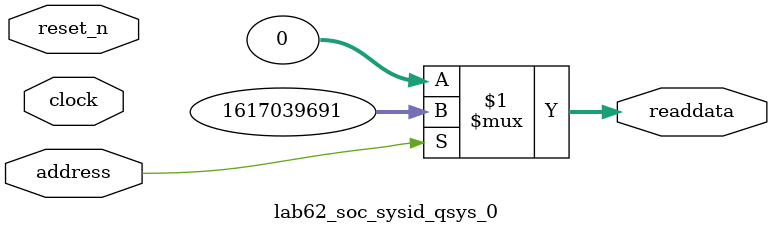
<source format=v>



// synthesis translate_off
`timescale 1ns / 1ps
// synthesis translate_on

// turn off superfluous verilog processor warnings 
// altera message_level Level1 
// altera message_off 10034 10035 10036 10037 10230 10240 10030 

module lab62_soc_sysid_qsys_0 (
               // inputs:
                address,
                clock,
                reset_n,

               // outputs:
                readdata
             )
;

  output  [ 31: 0] readdata;
  input            address;
  input            clock;
  input            reset_n;

  wire    [ 31: 0] readdata;
  //control_slave, which is an e_avalon_slave
  assign readdata = address ? 1617039691 : 0;

endmodule



</source>
